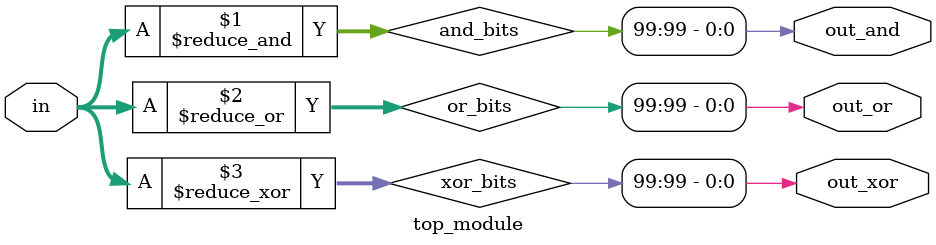
<source format=sv>
module top_module (
	input [99:0] in,
	output out_and,
	output out_or,
	output out_xor
);

	//wire declarations
	wire [99:0] and_bits;
	wire [99:0] or_bits;
	wire [99:0] xor_bits;
	
	//AND operation
	assign out_and = and_bits[99];
	assign and_bits = &in;
	
	//OR operation
	assign out_or = or_bits[99];
	assign or_bits = |in;
	
	//XOR operation
	assign out_xor = xor_bits[99];
	assign xor_bits = ^in;
 
endmodule

</source>
